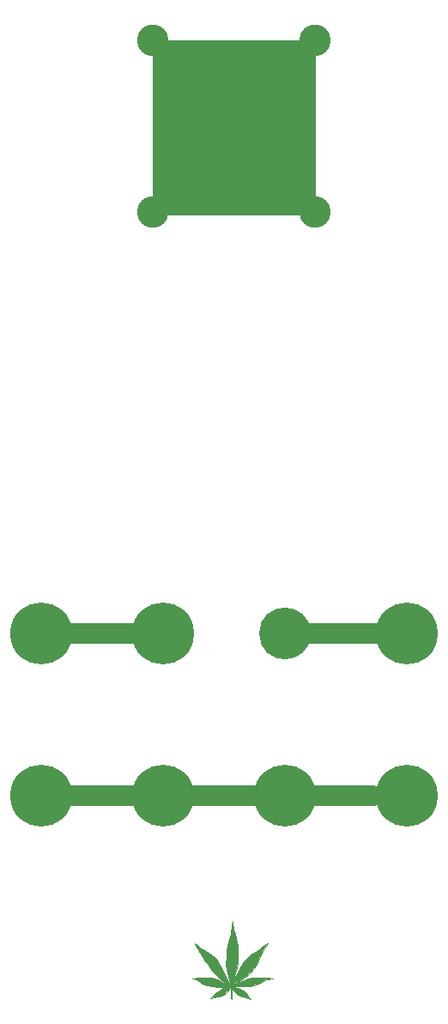
<source format=gbr>
G04 #@! TF.GenerationSoftware,KiCad,Pcbnew,(5.1.5-0)*
G04 #@! TF.CreationDate,2021-01-20T20:41:00-08:00*
G04 #@! TF.ProjectId,arseq,61727365-712e-46b6-9963-61645f706362,rev?*
G04 #@! TF.SameCoordinates,Original*
G04 #@! TF.FileFunction,Copper,L1,Top*
G04 #@! TF.FilePolarity,Positive*
%FSLAX46Y46*%
G04 Gerber Fmt 4.6, Leading zero omitted, Abs format (unit mm)*
G04 Created by KiCad (PCBNEW (5.1.5-0)) date 2021-01-20 20:41:00*
%MOMM*%
%LPD*%
G04 APERTURE LIST*
%ADD10C,0.100000*%
%ADD11C,2.000000*%
%ADD12C,7.600000*%
%ADD13C,3.100000*%
%ADD14C,6.100000*%
%ADD15C,5.100000*%
G04 APERTURE END LIST*
D10*
G36*
X33750000Y-47500000D02*
G01*
X17750000Y-47500000D01*
X17750000Y-30250000D01*
X33750000Y-30250000D01*
X33750000Y-47500000D01*
G37*
X33750000Y-47500000D02*
X17750000Y-47500000D01*
X17750000Y-30250000D01*
X33750000Y-30250000D01*
X33750000Y-47500000D01*
D11*
X39500000Y-104750000D02*
X9500000Y-104750000D01*
X17750000Y-88750000D02*
X7750000Y-88750000D01*
X42000000Y-88750000D02*
X32000000Y-88750000D01*
D10*
G36*
X22096400Y-119524900D02*
G01*
X22413900Y-119766200D01*
X22979050Y-120083700D01*
X23575950Y-120515500D01*
X23950600Y-120896500D01*
X24350650Y-121461650D01*
X24947550Y-122642750D01*
X25246000Y-123207900D01*
X25258700Y-123220600D01*
X24928500Y-123246000D01*
X24826900Y-123195200D01*
X24471300Y-122947550D01*
X24064900Y-122579250D01*
X23734700Y-122230000D01*
X23379100Y-121798200D01*
X23099700Y-121379100D01*
X22909200Y-121125100D01*
X22655200Y-120667900D01*
X22401200Y-120299600D01*
X22159900Y-119880500D01*
X21880500Y-119321700D01*
X22096400Y-119524900D01*
G37*
X22096400Y-119524900D02*
X22413900Y-119766200D01*
X22979050Y-120083700D01*
X23575950Y-120515500D01*
X23950600Y-120896500D01*
X24350650Y-121461650D01*
X24947550Y-122642750D01*
X25246000Y-123207900D01*
X25258700Y-123220600D01*
X24928500Y-123246000D01*
X24826900Y-123195200D01*
X24471300Y-122947550D01*
X24064900Y-122579250D01*
X23734700Y-122230000D01*
X23379100Y-121798200D01*
X23099700Y-121379100D01*
X22909200Y-121125100D01*
X22655200Y-120667900D01*
X22401200Y-120299600D01*
X22159900Y-119880500D01*
X21880500Y-119321700D01*
X22096400Y-119524900D01*
G36*
X23502925Y-122703075D02*
G01*
X23839475Y-122798325D01*
X24103000Y-122890400D01*
X24801500Y-123296800D01*
X24831980Y-123324740D01*
X24839600Y-123309500D01*
X24839600Y-123322200D01*
X24831980Y-123324740D01*
X24750700Y-123487300D01*
X25144400Y-123627000D01*
X24934850Y-123652400D01*
X24541150Y-123677800D01*
X24064900Y-123677800D01*
X23620400Y-123614300D01*
X23137800Y-123500000D01*
X22744100Y-123385700D01*
X22337700Y-123157100D01*
X22020200Y-122928500D01*
X21613800Y-122801500D01*
X22261500Y-122750700D01*
X22794900Y-122712600D01*
X23258450Y-122706250D01*
X23502925Y-122703075D01*
G37*
X23502925Y-122703075D02*
X23839475Y-122798325D01*
X24103000Y-122890400D01*
X24801500Y-123296800D01*
X24831980Y-123324740D01*
X24839600Y-123309500D01*
X24839600Y-123322200D01*
X24831980Y-123324740D01*
X24750700Y-123487300D01*
X25144400Y-123627000D01*
X24934850Y-123652400D01*
X24541150Y-123677800D01*
X24064900Y-123677800D01*
X23620400Y-123614300D01*
X23137800Y-123500000D01*
X22744100Y-123385700D01*
X22337700Y-123157100D01*
X22020200Y-122928500D01*
X21613800Y-122801500D01*
X22261500Y-122750700D01*
X22794900Y-122712600D01*
X23258450Y-122706250D01*
X23502925Y-122703075D01*
G36*
X25366650Y-123766700D02*
G01*
X24998350Y-124198500D01*
X24560200Y-124471550D01*
X24179200Y-124611250D01*
X23429900Y-124776350D01*
X23912500Y-124249300D01*
X24306200Y-123982600D01*
X24674500Y-123779400D01*
X25144400Y-123703200D01*
X25169800Y-123703200D01*
X25366650Y-123766700D01*
G37*
X25366650Y-123766700D02*
X24998350Y-124198500D01*
X24560200Y-124471550D01*
X24179200Y-124611250D01*
X23429900Y-124776350D01*
X23912500Y-124249300D01*
X24306200Y-123982600D01*
X24674500Y-123779400D01*
X25144400Y-123703200D01*
X25169800Y-123703200D01*
X25366650Y-123766700D01*
G36*
X25500000Y-123284100D02*
G01*
X25288862Y-123477775D01*
X25507937Y-123573025D01*
X26258825Y-124115950D01*
X26077850Y-124211200D01*
X25500000Y-123754000D01*
X25512700Y-124846200D01*
X25398400Y-124706500D01*
X25392050Y-123817500D01*
X25436500Y-123817500D01*
X25055500Y-123601600D01*
X24769750Y-123449200D01*
X24934850Y-123169800D01*
X25500000Y-123284100D01*
G37*
X25500000Y-123284100D02*
X25288862Y-123477775D01*
X25507937Y-123573025D01*
X26258825Y-124115950D01*
X26077850Y-124211200D01*
X25500000Y-123754000D01*
X25512700Y-124846200D01*
X25398400Y-124706500D01*
X25392050Y-123817500D01*
X25436500Y-123817500D01*
X25055500Y-123601600D01*
X24769750Y-123449200D01*
X24934850Y-123169800D01*
X25500000Y-123284100D01*
G36*
X26141350Y-123741300D02*
G01*
X26693800Y-124020700D01*
X27020825Y-124347725D01*
X27155763Y-124577913D01*
X27387538Y-124847788D01*
X27081150Y-124763650D01*
X26827150Y-124687450D01*
X26649350Y-124623950D01*
X26274700Y-124490600D01*
X25915925Y-124296925D01*
X25655575Y-124011175D01*
X25531750Y-123849250D01*
X25595250Y-123887350D01*
X25569850Y-123823850D01*
X25633350Y-123652400D01*
X26141350Y-123741300D01*
G37*
X26141350Y-123741300D02*
X26693800Y-124020700D01*
X27020825Y-124347725D01*
X27155763Y-124577913D01*
X27387538Y-124847788D01*
X27081150Y-124763650D01*
X26827150Y-124687450D01*
X26649350Y-124623950D01*
X26274700Y-124490600D01*
X25915925Y-124296925D01*
X25655575Y-124011175D01*
X25531750Y-123849250D01*
X25595250Y-123887350D01*
X25569850Y-123823850D01*
X25633350Y-123652400D01*
X26141350Y-123741300D01*
G36*
X28573400Y-122738000D02*
G01*
X29005200Y-122763400D01*
X29583207Y-122773943D01*
X28903600Y-122928500D01*
X28471800Y-123119000D01*
X28128900Y-123334900D01*
X27709800Y-123500000D01*
X27176400Y-123588900D01*
X26731900Y-123614300D01*
X26154050Y-123595250D01*
X25576200Y-123576200D01*
X25512700Y-123500000D01*
X25728600Y-123436500D01*
X25735585Y-123385700D01*
X26051815Y-123258700D01*
X26585850Y-123030100D01*
X27138300Y-122826900D01*
X27532000Y-122712600D01*
X27976500Y-122712600D01*
X28573400Y-122738000D01*
G37*
X28573400Y-122738000D02*
X29005200Y-122763400D01*
X29583207Y-122773943D01*
X28903600Y-122928500D01*
X28471800Y-123119000D01*
X28128900Y-123334900D01*
X27709800Y-123500000D01*
X27176400Y-123588900D01*
X26731900Y-123614300D01*
X26154050Y-123595250D01*
X25576200Y-123576200D01*
X25512700Y-123500000D01*
X25728600Y-123436500D01*
X25735585Y-123385700D01*
X26051815Y-123258700D01*
X26585850Y-123030100D01*
X27138300Y-122826900D01*
X27532000Y-122712600D01*
X27976500Y-122712600D01*
X28573400Y-122738000D01*
G36*
X28560700Y-120083700D02*
G01*
X28319400Y-120579000D01*
X28116200Y-121036200D01*
X27855850Y-121556900D01*
X27582800Y-121912500D01*
X27271650Y-122325250D01*
X26801750Y-122718950D01*
X26300100Y-123055500D01*
X25195200Y-123652400D01*
X25220600Y-123322200D01*
X25525400Y-123271400D01*
X25773050Y-122833250D01*
X25988950Y-122369700D01*
X26154050Y-122039500D01*
X26338200Y-121747400D01*
X26503300Y-121429900D01*
X26782700Y-121074300D01*
X27062100Y-120756800D01*
X27392300Y-120464700D01*
X27735200Y-120236100D01*
X28116200Y-119982100D01*
X28509900Y-119715400D01*
X29043300Y-119321700D01*
X28560700Y-120083700D01*
G37*
X28560700Y-120083700D02*
X28319400Y-120579000D01*
X28116200Y-121036200D01*
X27855850Y-121556900D01*
X27582800Y-121912500D01*
X27271650Y-122325250D01*
X26801750Y-122718950D01*
X26300100Y-123055500D01*
X25195200Y-123652400D01*
X25220600Y-123322200D01*
X25525400Y-123271400D01*
X25773050Y-122833250D01*
X25988950Y-122369700D01*
X26154050Y-122039500D01*
X26338200Y-121747400D01*
X26503300Y-121429900D01*
X26782700Y-121074300D01*
X27062100Y-120756800D01*
X27392300Y-120464700D01*
X27735200Y-120236100D01*
X28116200Y-119982100D01*
X28509900Y-119715400D01*
X29043300Y-119321700D01*
X28560700Y-120083700D01*
G36*
X25715900Y-117950100D02*
G01*
X25817500Y-118432700D01*
X25931800Y-118889900D01*
X26014350Y-119220100D01*
X26077850Y-119601100D01*
X26122300Y-120121800D01*
X26122300Y-120655200D01*
X26071500Y-121239400D01*
X26008000Y-121760100D01*
X25865125Y-122255400D01*
X25566675Y-123271400D01*
X25353950Y-123220600D01*
X25119000Y-122306200D01*
X24945962Y-121442600D01*
X24961837Y-120655200D01*
X25014225Y-119994800D01*
X25176150Y-119220100D01*
X25411100Y-118407300D01*
X25538100Y-117632600D01*
X25601600Y-117111900D01*
X25715900Y-117950100D01*
G37*
X25715900Y-117950100D02*
X25817500Y-118432700D01*
X25931800Y-118889900D01*
X26014350Y-119220100D01*
X26077850Y-119601100D01*
X26122300Y-120121800D01*
X26122300Y-120655200D01*
X26071500Y-121239400D01*
X26008000Y-121760100D01*
X25865125Y-122255400D01*
X25566675Y-123271400D01*
X25353950Y-123220600D01*
X25119000Y-122306200D01*
X24945962Y-121442600D01*
X24961837Y-120655200D01*
X25014225Y-119994800D01*
X25176150Y-119220100D01*
X25411100Y-118407300D01*
X25538100Y-117632600D01*
X25601600Y-117111900D01*
X25715900Y-117950100D01*
D12*
X25750000Y-38750000D03*
D13*
X17750000Y-30250000D03*
X33750000Y-30250000D03*
X33750000Y-47250000D03*
X17750000Y-47250000D03*
D14*
X42750000Y-104750000D03*
X6750000Y-88750000D03*
X42750000Y-88750000D03*
D15*
X30750000Y-88750000D03*
D14*
X18750000Y-88750000D03*
X6750000Y-104750000D03*
X30750000Y-104750000D03*
X18750000Y-104750000D03*
M02*

</source>
